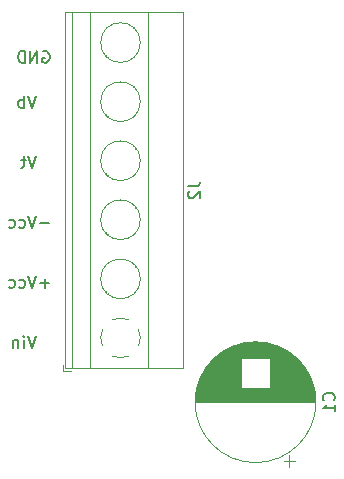
<source format=gbr>
%TF.GenerationSoftware,KiCad,Pcbnew,8.0.3*%
%TF.CreationDate,2024-08-15T08:53:42-06:00*%
%TF.ProjectId,SolarTelescope_LED_PCB,536f6c61-7254-4656-9c65-73636f70655f,2.0*%
%TF.SameCoordinates,Original*%
%TF.FileFunction,Legend,Bot*%
%TF.FilePolarity,Positive*%
%FSLAX46Y46*%
G04 Gerber Fmt 4.6, Leading zero omitted, Abs format (unit mm)*
G04 Created by KiCad (PCBNEW 8.0.3) date 2024-08-15 08:53:42*
%MOMM*%
%LPD*%
G01*
G04 APERTURE LIST*
%ADD10C,0.150000*%
%ADD11C,0.120000*%
G04 APERTURE END LIST*
D10*
X68386077Y-100469819D02*
X68052744Y-101469819D01*
X68052744Y-101469819D02*
X67719411Y-100469819D01*
X67386077Y-101469819D02*
X67386077Y-100803152D01*
X67386077Y-100469819D02*
X67433696Y-100517438D01*
X67433696Y-100517438D02*
X67386077Y-100565057D01*
X67386077Y-100565057D02*
X67338458Y-100517438D01*
X67338458Y-100517438D02*
X67386077Y-100469819D01*
X67386077Y-100469819D02*
X67386077Y-100565057D01*
X66909887Y-100803152D02*
X66909887Y-101469819D01*
X66909887Y-100898390D02*
X66862268Y-100850771D01*
X66862268Y-100850771D02*
X66767030Y-100803152D01*
X66767030Y-100803152D02*
X66624173Y-100803152D01*
X66624173Y-100803152D02*
X66528935Y-100850771D01*
X66528935Y-100850771D02*
X66481316Y-100946009D01*
X66481316Y-100946009D02*
X66481316Y-101469819D01*
X69513220Y-96008866D02*
X68751316Y-96008866D01*
X69132268Y-96389819D02*
X69132268Y-95627914D01*
X68417982Y-95389819D02*
X68084649Y-96389819D01*
X68084649Y-96389819D02*
X67751316Y-95389819D01*
X66989411Y-96342200D02*
X67084649Y-96389819D01*
X67084649Y-96389819D02*
X67275125Y-96389819D01*
X67275125Y-96389819D02*
X67370363Y-96342200D01*
X67370363Y-96342200D02*
X67417982Y-96294580D01*
X67417982Y-96294580D02*
X67465601Y-96199342D01*
X67465601Y-96199342D02*
X67465601Y-95913628D01*
X67465601Y-95913628D02*
X67417982Y-95818390D01*
X67417982Y-95818390D02*
X67370363Y-95770771D01*
X67370363Y-95770771D02*
X67275125Y-95723152D01*
X67275125Y-95723152D02*
X67084649Y-95723152D01*
X67084649Y-95723152D02*
X66989411Y-95770771D01*
X66132268Y-96342200D02*
X66227506Y-96389819D01*
X66227506Y-96389819D02*
X66417982Y-96389819D01*
X66417982Y-96389819D02*
X66513220Y-96342200D01*
X66513220Y-96342200D02*
X66560839Y-96294580D01*
X66560839Y-96294580D02*
X66608458Y-96199342D01*
X66608458Y-96199342D02*
X66608458Y-95913628D01*
X66608458Y-95913628D02*
X66560839Y-95818390D01*
X66560839Y-95818390D02*
X66513220Y-95770771D01*
X66513220Y-95770771D02*
X66417982Y-95723152D01*
X66417982Y-95723152D02*
X66227506Y-95723152D01*
X66227506Y-95723152D02*
X66132268Y-95770771D01*
X69513220Y-90928866D02*
X68751316Y-90928866D01*
X68417982Y-90309819D02*
X68084649Y-91309819D01*
X68084649Y-91309819D02*
X67751316Y-90309819D01*
X66989411Y-91262200D02*
X67084649Y-91309819D01*
X67084649Y-91309819D02*
X67275125Y-91309819D01*
X67275125Y-91309819D02*
X67370363Y-91262200D01*
X67370363Y-91262200D02*
X67417982Y-91214580D01*
X67417982Y-91214580D02*
X67465601Y-91119342D01*
X67465601Y-91119342D02*
X67465601Y-90833628D01*
X67465601Y-90833628D02*
X67417982Y-90738390D01*
X67417982Y-90738390D02*
X67370363Y-90690771D01*
X67370363Y-90690771D02*
X67275125Y-90643152D01*
X67275125Y-90643152D02*
X67084649Y-90643152D01*
X67084649Y-90643152D02*
X66989411Y-90690771D01*
X66132268Y-91262200D02*
X66227506Y-91309819D01*
X66227506Y-91309819D02*
X66417982Y-91309819D01*
X66417982Y-91309819D02*
X66513220Y-91262200D01*
X66513220Y-91262200D02*
X66560839Y-91214580D01*
X66560839Y-91214580D02*
X66608458Y-91119342D01*
X66608458Y-91119342D02*
X66608458Y-90833628D01*
X66608458Y-90833628D02*
X66560839Y-90738390D01*
X66560839Y-90738390D02*
X66513220Y-90690771D01*
X66513220Y-90690771D02*
X66417982Y-90643152D01*
X66417982Y-90643152D02*
X66227506Y-90643152D01*
X66227506Y-90643152D02*
X66132268Y-90690771D01*
X68386077Y-85229819D02*
X68052744Y-86229819D01*
X68052744Y-86229819D02*
X67719411Y-85229819D01*
X67528934Y-85563152D02*
X67147982Y-85563152D01*
X67386077Y-85229819D02*
X67386077Y-86086961D01*
X67386077Y-86086961D02*
X67338458Y-86182200D01*
X67338458Y-86182200D02*
X67243220Y-86229819D01*
X67243220Y-86229819D02*
X67147982Y-86229819D01*
X68989411Y-76387438D02*
X69084649Y-76339819D01*
X69084649Y-76339819D02*
X69227506Y-76339819D01*
X69227506Y-76339819D02*
X69370363Y-76387438D01*
X69370363Y-76387438D02*
X69465601Y-76482676D01*
X69465601Y-76482676D02*
X69513220Y-76577914D01*
X69513220Y-76577914D02*
X69560839Y-76768390D01*
X69560839Y-76768390D02*
X69560839Y-76911247D01*
X69560839Y-76911247D02*
X69513220Y-77101723D01*
X69513220Y-77101723D02*
X69465601Y-77196961D01*
X69465601Y-77196961D02*
X69370363Y-77292200D01*
X69370363Y-77292200D02*
X69227506Y-77339819D01*
X69227506Y-77339819D02*
X69132268Y-77339819D01*
X69132268Y-77339819D02*
X68989411Y-77292200D01*
X68989411Y-77292200D02*
X68941792Y-77244580D01*
X68941792Y-77244580D02*
X68941792Y-76911247D01*
X68941792Y-76911247D02*
X69132268Y-76911247D01*
X68513220Y-77339819D02*
X68513220Y-76339819D01*
X68513220Y-76339819D02*
X67941792Y-77339819D01*
X67941792Y-77339819D02*
X67941792Y-76339819D01*
X67465601Y-77339819D02*
X67465601Y-76339819D01*
X67465601Y-76339819D02*
X67227506Y-76339819D01*
X67227506Y-76339819D02*
X67084649Y-76387438D01*
X67084649Y-76387438D02*
X66989411Y-76482676D01*
X66989411Y-76482676D02*
X66941792Y-76577914D01*
X66941792Y-76577914D02*
X66894173Y-76768390D01*
X66894173Y-76768390D02*
X66894173Y-76911247D01*
X66894173Y-76911247D02*
X66941792Y-77101723D01*
X66941792Y-77101723D02*
X66989411Y-77196961D01*
X66989411Y-77196961D02*
X67084649Y-77292200D01*
X67084649Y-77292200D02*
X67227506Y-77339819D01*
X67227506Y-77339819D02*
X67465601Y-77339819D01*
X68386077Y-80149819D02*
X68052744Y-81149819D01*
X68052744Y-81149819D02*
X67719411Y-80149819D01*
X67386077Y-81149819D02*
X67386077Y-80149819D01*
X67386077Y-80530771D02*
X67290839Y-80483152D01*
X67290839Y-80483152D02*
X67100363Y-80483152D01*
X67100363Y-80483152D02*
X67005125Y-80530771D01*
X67005125Y-80530771D02*
X66957506Y-80578390D01*
X66957506Y-80578390D02*
X66909887Y-80673628D01*
X66909887Y-80673628D02*
X66909887Y-80959342D01*
X66909887Y-80959342D02*
X66957506Y-81054580D01*
X66957506Y-81054580D02*
X67005125Y-81102200D01*
X67005125Y-81102200D02*
X67100363Y-81149819D01*
X67100363Y-81149819D02*
X67290839Y-81149819D01*
X67290839Y-81149819D02*
X67386077Y-81102200D01*
X93604580Y-105918333D02*
X93652200Y-105870714D01*
X93652200Y-105870714D02*
X93699819Y-105727857D01*
X93699819Y-105727857D02*
X93699819Y-105632619D01*
X93699819Y-105632619D02*
X93652200Y-105489762D01*
X93652200Y-105489762D02*
X93556961Y-105394524D01*
X93556961Y-105394524D02*
X93461723Y-105346905D01*
X93461723Y-105346905D02*
X93271247Y-105299286D01*
X93271247Y-105299286D02*
X93128390Y-105299286D01*
X93128390Y-105299286D02*
X92937914Y-105346905D01*
X92937914Y-105346905D02*
X92842676Y-105394524D01*
X92842676Y-105394524D02*
X92747438Y-105489762D01*
X92747438Y-105489762D02*
X92699819Y-105632619D01*
X92699819Y-105632619D02*
X92699819Y-105727857D01*
X92699819Y-105727857D02*
X92747438Y-105870714D01*
X92747438Y-105870714D02*
X92795057Y-105918333D01*
X93699819Y-106870714D02*
X93699819Y-106299286D01*
X93699819Y-106585000D02*
X92699819Y-106585000D01*
X92699819Y-106585000D02*
X92842676Y-106489762D01*
X92842676Y-106489762D02*
X92937914Y-106394524D01*
X92937914Y-106394524D02*
X92985533Y-106299286D01*
X81279819Y-87811666D02*
X81994104Y-87811666D01*
X81994104Y-87811666D02*
X82136961Y-87764047D01*
X82136961Y-87764047D02*
X82232200Y-87668809D01*
X82232200Y-87668809D02*
X82279819Y-87525952D01*
X82279819Y-87525952D02*
X82279819Y-87430714D01*
X81375057Y-88240238D02*
X81327438Y-88287857D01*
X81327438Y-88287857D02*
X81279819Y-88383095D01*
X81279819Y-88383095D02*
X81279819Y-88621190D01*
X81279819Y-88621190D02*
X81327438Y-88716428D01*
X81327438Y-88716428D02*
X81375057Y-88764047D01*
X81375057Y-88764047D02*
X81470295Y-88811666D01*
X81470295Y-88811666D02*
X81565533Y-88811666D01*
X81565533Y-88811666D02*
X81708390Y-88764047D01*
X81708390Y-88764047D02*
X82279819Y-88192619D01*
X82279819Y-88192619D02*
X82279819Y-88811666D01*
D11*
%TO.C,C1*%
X81915000Y-106005000D02*
X92075000Y-106005000D01*
X81915000Y-106045000D02*
X92075000Y-106045000D01*
X81915000Y-106085000D02*
X92075000Y-106085000D01*
X81916000Y-105965000D02*
X92074000Y-105965000D01*
X81917000Y-105925000D02*
X92073000Y-105925000D01*
X81918000Y-105885000D02*
X92072000Y-105885000D01*
X81920000Y-105845000D02*
X92070000Y-105845000D01*
X81922000Y-105805000D02*
X92068000Y-105805000D01*
X81925000Y-105765000D02*
X92065000Y-105765000D01*
X81927000Y-105725000D02*
X92063000Y-105725000D01*
X81930000Y-105685000D02*
X92060000Y-105685000D01*
X81933000Y-105645000D02*
X92057000Y-105645000D01*
X81937000Y-105605000D02*
X92053000Y-105605000D01*
X81941000Y-105565000D02*
X92049000Y-105565000D01*
X81945000Y-105525000D02*
X92045000Y-105525000D01*
X81950000Y-105485000D02*
X92040000Y-105485000D01*
X81955000Y-105445000D02*
X92035000Y-105445000D01*
X81960000Y-105405000D02*
X92030000Y-105405000D01*
X81965000Y-105364000D02*
X92025000Y-105364000D01*
X81971000Y-105324000D02*
X92019000Y-105324000D01*
X81977000Y-105284000D02*
X92013000Y-105284000D01*
X81984000Y-105244000D02*
X92006000Y-105244000D01*
X81991000Y-105204000D02*
X91999000Y-105204000D01*
X81998000Y-105164000D02*
X91992000Y-105164000D01*
X82005000Y-105124000D02*
X91985000Y-105124000D01*
X82013000Y-105084000D02*
X91977000Y-105084000D01*
X82021000Y-105044000D02*
X91969000Y-105044000D01*
X82030000Y-105004000D02*
X91960000Y-105004000D01*
X82039000Y-104964000D02*
X91951000Y-104964000D01*
X82048000Y-104924000D02*
X91942000Y-104924000D01*
X82057000Y-104884000D02*
X91933000Y-104884000D01*
X82067000Y-104844000D02*
X91923000Y-104844000D01*
X82077000Y-104804000D02*
X85754000Y-104804000D01*
X82088000Y-104764000D02*
X85754000Y-104764000D01*
X82098000Y-104724000D02*
X85754000Y-104724000D01*
X82110000Y-104684000D02*
X85754000Y-104684000D01*
X82121000Y-104644000D02*
X85754000Y-104644000D01*
X82133000Y-104604000D02*
X85754000Y-104604000D01*
X82145000Y-104564000D02*
X85754000Y-104564000D01*
X82158000Y-104524000D02*
X85754000Y-104524000D01*
X82171000Y-104484000D02*
X85754000Y-104484000D01*
X82184000Y-104444000D02*
X85754000Y-104444000D01*
X82198000Y-104404000D02*
X85754000Y-104404000D01*
X82212000Y-104364000D02*
X85754000Y-104364000D01*
X82227000Y-104324000D02*
X85754000Y-104324000D01*
X82241000Y-104284000D02*
X85754000Y-104284000D01*
X82257000Y-104244000D02*
X85754000Y-104244000D01*
X82272000Y-104204000D02*
X85754000Y-104204000D01*
X82288000Y-104164000D02*
X85754000Y-104164000D01*
X82305000Y-104124000D02*
X85754000Y-104124000D01*
X82321000Y-104084000D02*
X85754000Y-104084000D01*
X82338000Y-104044000D02*
X85754000Y-104044000D01*
X82356000Y-104004000D02*
X85754000Y-104004000D01*
X82374000Y-103964000D02*
X85754000Y-103964000D01*
X82392000Y-103924000D02*
X85754000Y-103924000D01*
X82411000Y-103884000D02*
X85754000Y-103884000D01*
X82431000Y-103844000D02*
X85754000Y-103844000D01*
X82450000Y-103804000D02*
X85754000Y-103804000D01*
X82470000Y-103764000D02*
X85754000Y-103764000D01*
X82491000Y-103724000D02*
X85754000Y-103724000D01*
X82512000Y-103684000D02*
X85754000Y-103684000D01*
X82533000Y-103644000D02*
X85754000Y-103644000D01*
X82555000Y-103604000D02*
X85754000Y-103604000D01*
X82578000Y-103564000D02*
X85754000Y-103564000D01*
X82600000Y-103524000D02*
X85754000Y-103524000D01*
X82624000Y-103484000D02*
X85754000Y-103484000D01*
X82648000Y-103444000D02*
X85754000Y-103444000D01*
X82672000Y-103404000D02*
X85754000Y-103404000D01*
X82697000Y-103364000D02*
X85754000Y-103364000D01*
X82722000Y-103324000D02*
X85754000Y-103324000D01*
X82748000Y-103284000D02*
X85754000Y-103284000D01*
X82774000Y-103244000D02*
X85754000Y-103244000D01*
X82801000Y-103204000D02*
X85754000Y-103204000D01*
X82829000Y-103164000D02*
X85754000Y-103164000D01*
X82857000Y-103124000D02*
X85754000Y-103124000D01*
X82885000Y-103084000D02*
X85754000Y-103084000D01*
X82915000Y-103044000D02*
X85754000Y-103044000D01*
X82945000Y-103004000D02*
X85754000Y-103004000D01*
X82975000Y-102964000D02*
X85754000Y-102964000D01*
X83006000Y-102924000D02*
X85754000Y-102924000D01*
X83038000Y-102884000D02*
X85754000Y-102884000D01*
X83070000Y-102844000D02*
X85754000Y-102844000D01*
X83103000Y-102804000D02*
X85754000Y-102804000D01*
X83137000Y-102764000D02*
X85754000Y-102764000D01*
X83171000Y-102724000D02*
X85754000Y-102724000D01*
X83206000Y-102684000D02*
X85754000Y-102684000D01*
X83242000Y-102644000D02*
X85754000Y-102644000D01*
X83279000Y-102604000D02*
X85754000Y-102604000D01*
X83316000Y-102564000D02*
X85754000Y-102564000D01*
X83355000Y-102524000D02*
X85754000Y-102524000D01*
X83394000Y-102484000D02*
X85754000Y-102484000D01*
X83434000Y-102444000D02*
X85754000Y-102444000D01*
X83475000Y-102404000D02*
X85754000Y-102404000D01*
X83517000Y-102364000D02*
X85754000Y-102364000D01*
X83559000Y-102324000D02*
X90431000Y-102324000D01*
X83603000Y-102284000D02*
X90387000Y-102284000D01*
X83648000Y-102244000D02*
X90342000Y-102244000D01*
X83694000Y-102204000D02*
X90296000Y-102204000D01*
X83741000Y-102164000D02*
X90249000Y-102164000D01*
X83789000Y-102124000D02*
X90201000Y-102124000D01*
X83839000Y-102084000D02*
X90151000Y-102084000D01*
X83889000Y-102044000D02*
X90101000Y-102044000D01*
X83941000Y-102004000D02*
X90049000Y-102004000D01*
X83995000Y-101964000D02*
X89995000Y-101964000D01*
X84050000Y-101924000D02*
X89940000Y-101924000D01*
X84106000Y-101884000D02*
X89884000Y-101884000D01*
X84165000Y-101844000D02*
X89825000Y-101844000D01*
X84225000Y-101804000D02*
X89765000Y-101804000D01*
X84286000Y-101764000D02*
X89704000Y-101764000D01*
X84350000Y-101724000D02*
X89640000Y-101724000D01*
X84416000Y-101684000D02*
X89574000Y-101684000D01*
X84485000Y-101644000D02*
X89505000Y-101644000D01*
X84556000Y-101604000D02*
X89434000Y-101604000D01*
X84630000Y-101564000D02*
X89360000Y-101564000D01*
X84706000Y-101524000D02*
X89284000Y-101524000D01*
X84786000Y-101484000D02*
X89204000Y-101484000D01*
X84870000Y-101444000D02*
X89120000Y-101444000D01*
X84958000Y-101404000D02*
X89032000Y-101404000D01*
X85051000Y-101364000D02*
X88939000Y-101364000D01*
X85149000Y-101324000D02*
X88841000Y-101324000D01*
X85253000Y-101284000D02*
X88737000Y-101284000D01*
X85365000Y-101244000D02*
X88625000Y-101244000D01*
X85485000Y-101204000D02*
X88505000Y-101204000D01*
X85617000Y-101164000D02*
X88373000Y-101164000D01*
X85765000Y-101124000D02*
X88225000Y-101124000D01*
X85933000Y-101084000D02*
X88057000Y-101084000D01*
X86133000Y-101044000D02*
X87857000Y-101044000D01*
X86396000Y-101004000D02*
X87594000Y-101004000D01*
X88236000Y-102364000D02*
X90473000Y-102364000D01*
X88236000Y-102404000D02*
X90515000Y-102404000D01*
X88236000Y-102444000D02*
X90556000Y-102444000D01*
X88236000Y-102484000D02*
X90596000Y-102484000D01*
X88236000Y-102524000D02*
X90635000Y-102524000D01*
X88236000Y-102564000D02*
X90674000Y-102564000D01*
X88236000Y-102604000D02*
X90711000Y-102604000D01*
X88236000Y-102644000D02*
X90748000Y-102644000D01*
X88236000Y-102684000D02*
X90784000Y-102684000D01*
X88236000Y-102724000D02*
X90819000Y-102724000D01*
X88236000Y-102764000D02*
X90853000Y-102764000D01*
X88236000Y-102804000D02*
X90887000Y-102804000D01*
X88236000Y-102844000D02*
X90920000Y-102844000D01*
X88236000Y-102884000D02*
X90952000Y-102884000D01*
X88236000Y-102924000D02*
X90984000Y-102924000D01*
X88236000Y-102964000D02*
X91015000Y-102964000D01*
X88236000Y-103004000D02*
X91045000Y-103004000D01*
X88236000Y-103044000D02*
X91075000Y-103044000D01*
X88236000Y-103084000D02*
X91105000Y-103084000D01*
X88236000Y-103124000D02*
X91133000Y-103124000D01*
X88236000Y-103164000D02*
X91161000Y-103164000D01*
X88236000Y-103204000D02*
X91189000Y-103204000D01*
X88236000Y-103244000D02*
X91216000Y-103244000D01*
X88236000Y-103284000D02*
X91242000Y-103284000D01*
X88236000Y-103324000D02*
X91268000Y-103324000D01*
X88236000Y-103364000D02*
X91293000Y-103364000D01*
X88236000Y-103404000D02*
X91318000Y-103404000D01*
X88236000Y-103444000D02*
X91342000Y-103444000D01*
X88236000Y-103484000D02*
X91366000Y-103484000D01*
X88236000Y-103524000D02*
X91390000Y-103524000D01*
X88236000Y-103564000D02*
X91412000Y-103564000D01*
X88236000Y-103604000D02*
X91435000Y-103604000D01*
X88236000Y-103644000D02*
X91457000Y-103644000D01*
X88236000Y-103684000D02*
X91478000Y-103684000D01*
X88236000Y-103724000D02*
X91499000Y-103724000D01*
X88236000Y-103764000D02*
X91520000Y-103764000D01*
X88236000Y-103804000D02*
X91540000Y-103804000D01*
X88236000Y-103844000D02*
X91559000Y-103844000D01*
X88236000Y-103884000D02*
X91579000Y-103884000D01*
X88236000Y-103924000D02*
X91598000Y-103924000D01*
X88236000Y-103964000D02*
X91616000Y-103964000D01*
X88236000Y-104004000D02*
X91634000Y-104004000D01*
X88236000Y-104044000D02*
X91652000Y-104044000D01*
X88236000Y-104084000D02*
X91669000Y-104084000D01*
X88236000Y-104124000D02*
X91685000Y-104124000D01*
X88236000Y-104164000D02*
X91702000Y-104164000D01*
X88236000Y-104204000D02*
X91718000Y-104204000D01*
X88236000Y-104244000D02*
X91733000Y-104244000D01*
X88236000Y-104284000D02*
X91749000Y-104284000D01*
X88236000Y-104324000D02*
X91763000Y-104324000D01*
X88236000Y-104364000D02*
X91778000Y-104364000D01*
X88236000Y-104404000D02*
X91792000Y-104404000D01*
X88236000Y-104444000D02*
X91806000Y-104444000D01*
X88236000Y-104484000D02*
X91819000Y-104484000D01*
X88236000Y-104524000D02*
X91832000Y-104524000D01*
X88236000Y-104564000D02*
X91845000Y-104564000D01*
X88236000Y-104604000D02*
X91857000Y-104604000D01*
X88236000Y-104644000D02*
X91869000Y-104644000D01*
X88236000Y-104684000D02*
X91880000Y-104684000D01*
X88236000Y-104724000D02*
X91892000Y-104724000D01*
X88236000Y-104764000D02*
X91902000Y-104764000D01*
X88236000Y-104804000D02*
X91913000Y-104804000D01*
X89370000Y-111064646D02*
X90370000Y-111064646D01*
X89870000Y-110564646D02*
X89870000Y-111564646D01*
X92115000Y-106085000D02*
G75*
G02*
X81875000Y-106085000I-5120000J0D01*
G01*
X81875000Y-106085000D02*
G75*
G02*
X92115000Y-106085000I5120000J0D01*
G01*
%TO.C,J2*%
X70665000Y-102945000D02*
X70665000Y-103445000D01*
X70665000Y-103445000D02*
X71405000Y-103445000D01*
X70905000Y-73085000D02*
X70905000Y-103205000D01*
X70905000Y-73085000D02*
X80826000Y-73085000D01*
X70905000Y-103205000D02*
X80826000Y-103205000D01*
X71465000Y-73085000D02*
X71465000Y-103205000D01*
X72965000Y-73085000D02*
X72965000Y-103205000D01*
X74291000Y-76714000D02*
X74326000Y-76679000D01*
X74291000Y-81714000D02*
X74326000Y-81679000D01*
X74291000Y-86714000D02*
X74326000Y-86679000D01*
X74291000Y-91714000D02*
X74326000Y-91679000D01*
X74291000Y-96714000D02*
X74326000Y-96679000D01*
X74496000Y-76919000D02*
X74542000Y-76872000D01*
X74496000Y-81919000D02*
X74542000Y-81872000D01*
X74496000Y-86919000D02*
X74542000Y-86872000D01*
X74496000Y-91919000D02*
X74542000Y-91872000D01*
X74496000Y-96919000D02*
X74542000Y-96872000D01*
X76588000Y-74417000D02*
X76634000Y-74370000D01*
X76588000Y-79417000D02*
X76634000Y-79370000D01*
X76588000Y-84417000D02*
X76634000Y-84370000D01*
X76588000Y-89417000D02*
X76634000Y-89370000D01*
X76588000Y-94417000D02*
X76634000Y-94370000D01*
X76804000Y-74610000D02*
X76840000Y-74575000D01*
X76804000Y-79610000D02*
X76840000Y-79575000D01*
X76804000Y-84610000D02*
X76840000Y-84575000D01*
X76804000Y-89610000D02*
X76840000Y-89575000D01*
X76804000Y-94610000D02*
X76840000Y-94575000D01*
X77866000Y-73085000D02*
X77866000Y-103205000D01*
X80826000Y-73085000D02*
X80826000Y-103205000D01*
X73885000Y-100645000D02*
G75*
G02*
X74030244Y-99961682I1680000J0D01*
G01*
X74030000Y-101329000D02*
G75*
G02*
X73884747Y-100616195I1535001J683999D01*
G01*
X74881000Y-99110000D02*
G75*
G02*
X76248042Y-99109573I684001J-1535004D01*
G01*
X76249000Y-102180000D02*
G75*
G02*
X74881958Y-102180427I-684001J1534993D01*
G01*
X77100000Y-99961000D02*
G75*
G02*
X77100427Y-101328042I-1534993J-684001D01*
G01*
X77245000Y-75645000D02*
G75*
G02*
X73885000Y-75645000I-1680000J0D01*
G01*
X73885000Y-75645000D02*
G75*
G02*
X77245000Y-75645000I1680000J0D01*
G01*
X77245000Y-80645000D02*
G75*
G02*
X73885000Y-80645000I-1680000J0D01*
G01*
X73885000Y-80645000D02*
G75*
G02*
X77245000Y-80645000I1680000J0D01*
G01*
X77245000Y-85645000D02*
G75*
G02*
X73885000Y-85645000I-1680000J0D01*
G01*
X73885000Y-85645000D02*
G75*
G02*
X77245000Y-85645000I1680000J0D01*
G01*
X77245000Y-90645000D02*
G75*
G02*
X73885000Y-90645000I-1680000J0D01*
G01*
X73885000Y-90645000D02*
G75*
G02*
X77245000Y-90645000I1680000J0D01*
G01*
X77245000Y-95645000D02*
G75*
G02*
X73885000Y-95645000I-1680000J0D01*
G01*
X73885000Y-95645000D02*
G75*
G02*
X77245000Y-95645000I1680000J0D01*
G01*
%TD*%
M02*

</source>
